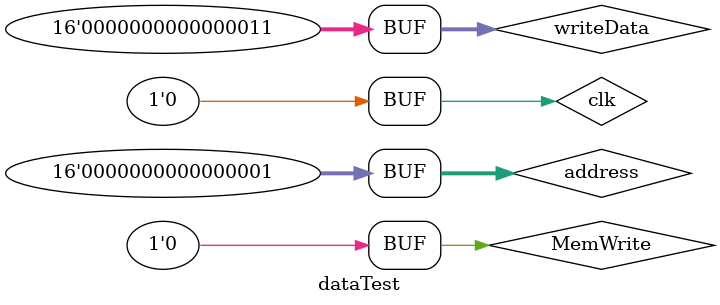
<source format=v>
`timescale 1ns / 1ps


module dataTest;
reg clk;
reg[15:0] address;
reg[15:0] writeData;
reg MemWrite;
wire [15:0]readData;

//module data_mem(clk,address,MemWrite,writeData,readData);
data_mem uut(clk,address,MemWrite,writeData,readData);

initial begin 
    clk=0;
    address = 16'h1;
    MemWrite = 0;
    writeData = 3;
    
    repeat (1000)
    begin
    #1 clk=~clk;
    end
end
endmodule

</source>
